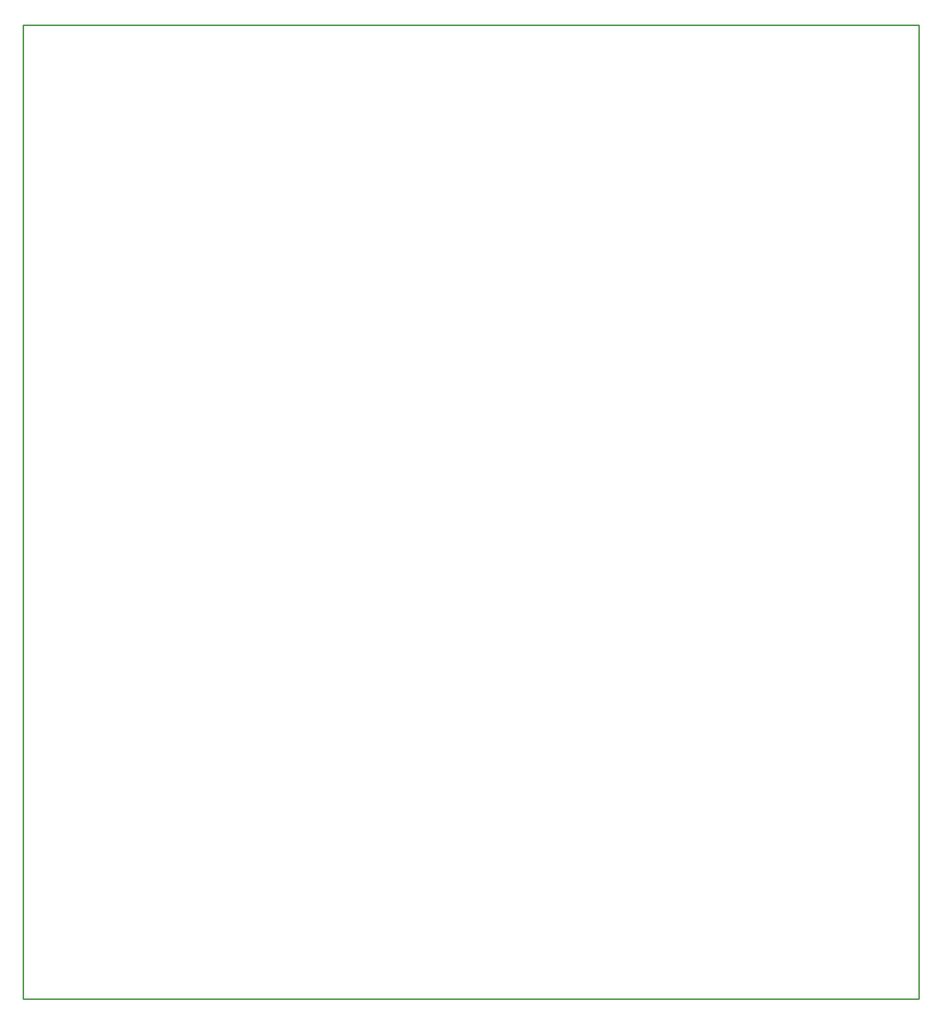
<source format=gbr>
G04 EAGLE Gerber RS-274X export*
G75*
%MOMM*%
%FSLAX34Y34*%
%LPD*%
%IN*%
%IPPOS*%
%AMOC8*
5,1,8,0,0,1.08239X$1,22.5*%
G01*
%ADD10C,0.254000*%


D10*
X0Y12700D02*
X1574600Y12700D01*
X1574600Y1723900D01*
X0Y1723900D01*
X0Y12700D01*
M02*

</source>
